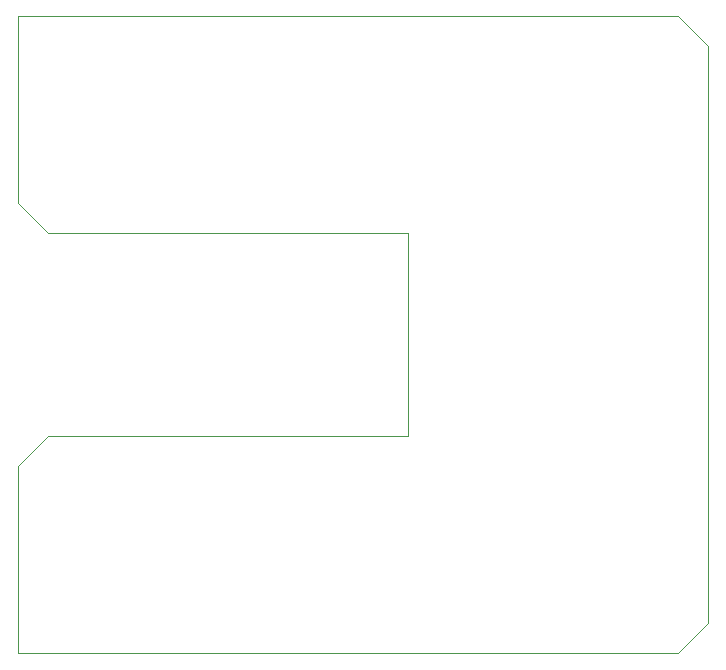
<source format=gbr>
%FSLAX34Y34*%
G04 Gerber Fmt 3.4, Leading zero omitted, Abs format*
G04 (created by PCBNEW (2013-jul-14)-product) date Don 20 Mär 2014 21:02:24 CET*
%MOIN*%
G01*
G70*
G90*
G04 APERTURE LIST*
%ADD10C,0.005906*%
%ADD11C,0.003937*%
G04 APERTURE END LIST*
G54D10*
G54D11*
X55250Y-41500D02*
X50500Y-41500D01*
X56250Y-38250D02*
X56250Y-40500D01*
X51500Y-20250D02*
X50500Y-20250D01*
X56250Y-21250D02*
X56250Y-26250D01*
X34250Y-27500D02*
X46250Y-27500D01*
X33250Y-26500D02*
X34250Y-27500D01*
X33250Y-20250D02*
X33250Y-26500D01*
X34250Y-34250D02*
X46250Y-34250D01*
X33250Y-35250D02*
X33250Y-41500D01*
X34250Y-34250D02*
X33250Y-35250D01*
X33250Y-41500D02*
X50500Y-41500D01*
X56250Y-40500D02*
X55250Y-41500D01*
X56250Y-26250D02*
X56250Y-38250D01*
X51500Y-20250D02*
X55250Y-20250D01*
X55250Y-20250D02*
X56250Y-21250D01*
X46250Y-27500D02*
X46250Y-34250D01*
X50000Y-20250D02*
X50500Y-20250D01*
X33250Y-20250D02*
X50000Y-20250D01*
M02*

</source>
